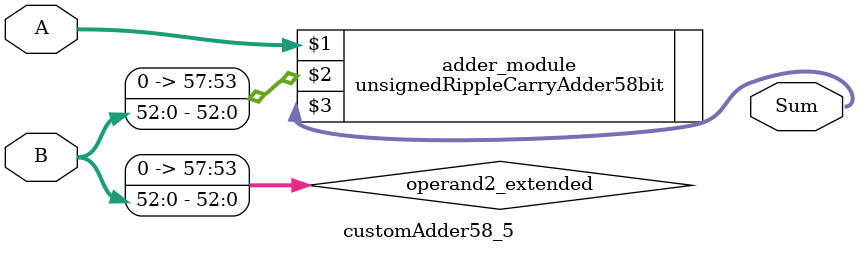
<source format=v>
module customAdder58_5(
                        input [57 : 0] A,
                        input [52 : 0] B,
                        
                        output [58 : 0] Sum
                );

        wire [57 : 0] operand2_extended;
        
        assign operand2_extended =  {5'b0, B};
        
        unsignedRippleCarryAdder58bit adder_module(
            A,
            operand2_extended,
            Sum
        );
        
        endmodule
        
</source>
